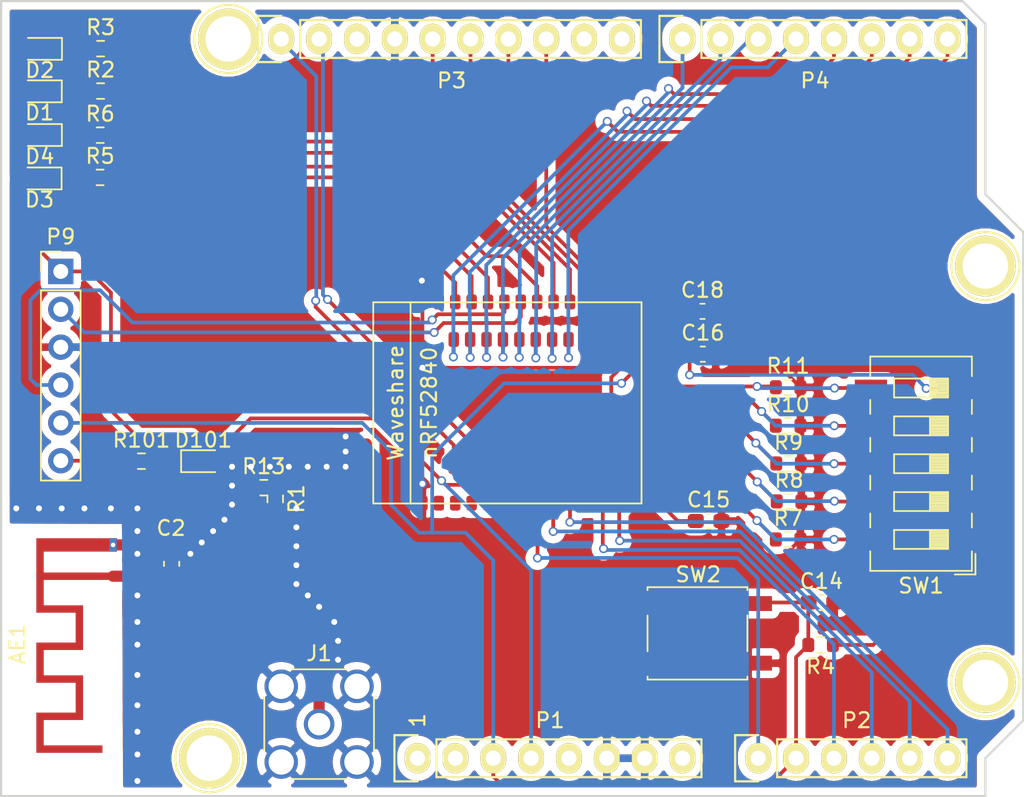
<source format=kicad_pcb>
(kicad_pcb (version 20171130) (host pcbnew "(5.1.7)-1")
  (title_block (date "lun. 30 mars 2015"))
  (layers (0 F.Cu signal) (31 B.Cu signal) (34 B.Paste user) (35 F.Paste user) (36 B.SilkS user) (37 F.SilkS user) (38 B.Mask user) (39 F.Mask user) (44 Edge.Cuts user))
  (net 0 "")
  (net 1 /IOREF)
  (net 2 GND)
  (net 3 /Vin)
  (net 4 "/9(**)")
  (net 5 /8)
  (net 6 "Net-(P5-Pad1)")
  (net 7 "Net-(P6-Pad1)")
  (net 8 "Net-(P7-Pad1)")
  (net 9 "Net-(P8-Pad1)")
  (net 10 "Net-(P1-Pad1)")
  (net 11 "Net-(AE1-Pad1)")
  (net 12 VDD_nRF)
  (net 13 "Net-(D1-Pad1)")
  (net 14 "Net-(D2-Pad1)")
  (net 15 "Net-(D3-Pad1)")
  (net 16 "Net-(D4-Pad1)")
  (net 17 "Net-(D101-Pad1)")
  (net 18 "Net-(J1-Pad1)")
  (net 19 Reset)
  (net 20 "Net-(P1-Pad5)")
  (net 21 B11)
  (net 22 A10)
  (net 23 B9)
  (net 24 A8)
  (net 25 J1)
  (net 26 K2)
  (net 27 B15)
  (net 28 B17)
  (net 29 "Net-(P3-Pad3)")
  (net 30 SPI_SCK)
  (net 31 SPI_MISO)
  (net 32 SPI_MOSI)
  (net 33 SPI_SS)
  (net 34 AD12)
  (net 35 AD10)
  (net 36 AC9)
  (net 37 AD8)
  (net 38 AD16)
  (net 39 AD20)
  (net 40 T23)
  (net 41 P23)
  (net 42 "Net-(R1-Pad1)")
  (net 43 LED0)
  (net 44 LED1)
  (net 45 LED2)
  (net 46 LED3)
  (net 47 SW0)
  (net 48 SW1)
  (net 49 SW2)
  (net 50 SW3)
  (net 51 SW4)
  (net 52 VBUS)
  (net 53 "Net-(U101-PadM2)")
  (net 54 "Net-(U101-PadAD4)")
  (net 55 "Net-(U101-PadAD6)")
  (net 56 "Net-(U101-PadA20)")
  (net 57 "Net-(U101-PadA12)")
  (net 58 "Net-(U101-PadB13)")
  (net 59 "Net-(U101-PadA14)")
  (net 60 "Net-(U101-PadA16)")
  (net 61 "Net-(U101-PadB19)")
  (net 62 SWDCLK)
  (net 63 SWDIO)
  (net 64 "Net-(U101-PadJ24)")
  (net 65 "Net-(U101-PadN1)")
  (net 66 "Net-(U101-PadAC21)")
  (net 67 "Net-(U101-PadL1)")
  (net 68 "Net-(U101-PadT2)")
  (net 69 "Net-(U101-PadG1)")
  (net 70 "Net-(U101-PadP2)")
  (net 71 "Net-(U101-PadH2)")
  (net 72 "Net-(U101-PadAC11)")
  (module Connector_PinHeader_2.54mm:PinHeader_1x06_P2.54mm_Vertical (layer F.Cu) (at 115.00104 91.16314)
    (fp_text reference P9 (at 0 -2.33) (layer F.SilkS))
    (fp_text value "SWD Programmer")
    (pad 6 thru_hole oval (at 0 12.7) (size 1.7 1.7) (drill 1) (layers *.Cu *.Mask) (net 52 VBUS))
    (pad 5 thru_hole oval (at 0 10.16) (size 1.7 1.7) (drill 1) (layers *.Cu *.Mask) (net 19 Reset))
    (pad 4 thru_hole oval (at 0 7.62) (size 1.7 1.7) (drill 1) (layers *.Cu *.Mask) (net 63 SWDIO))
    (pad 3 thru_hole oval (at 0 5.08) (size 1.7 1.7) (drill 1) (layers *.Cu *.Mask) (net 2 GND))
    (pad 2 thru_hole oval (at 0 2.54) (size 1.7 1.7) (drill 1) (layers *.Cu *.Mask) (net 62 SWDCLK))
    (pad 1 thru_hole rect (at 0 0) (size 1.7 1.7) (drill 1) (layers *.Cu *.Mask) (net 12 VDD_nRF))
  )
  (module Capacitor_SMD:C_0603_1608Metric_Pad1.08x0.95mm_HandSolder (layer F.Cu) (at 158.05912 93.8403)
    (fp_text reference C18 (at 0 -1.43) (layer F.SilkS))
    (fp_text value 100nF)
    (pad 2 smd roundrect (at 0.8625 0) (size 1.075 0.95) (layers F.Cu F.Paste F.Mask) (net 2 GND))
    (pad 1 smd roundrect (at -0.8625 0) (size 1.075 0.95) (layers F.Cu F.Paste F.Mask) (net 12 VDD_nRF))
  )
  (module Capacitor_SMD:C_0603_1608Metric_Pad1.08x0.95mm_HandSolder (layer F.Cu) (at 158.08088 96.71304)
    (fp_text reference C16 (at 0 -1.43) (layer F.SilkS))
    (fp_text value 4.7µF)
    (pad 2 smd roundrect (at 0.8625 0) (size 1.075 0.95) (layers F.Cu F.Paste F.Mask) (net 2 GND))
    (pad 1 smd roundrect (at -0.8625 0) (size 1.075 0.95) (layers F.Cu F.Paste F.Mask) (net 12 VDD_nRF))
  )
  (module Capacitor_SMD:C_0603_1608Metric_Pad1.08x0.95mm_HandSolder (layer F.Cu) (at 158.4706 107.90682)
    (fp_text reference C15 (at 0 -1.43) (layer F.SilkS))
    (fp_text value 4.7µF)
    (pad 2 smd roundrect (at 0.8625 0) (size 1.075 0.95) (layers F.Cu F.Paste F.Mask) (net 2 GND))
    (pad 1 smd roundrect (at -0.8625 0) (size 1.075 0.95) (layers F.Cu F.Paste F.Mask) (net 12 VDD_nRF))
  )
  (module Capacitor_SMD:C_0603_1608Metric_Pad1.08x0.95mm_HandSolder (layer F.Cu) (at 166.03726 113.37544)
    (fp_text reference C14 (at 0 -1.43) (layer F.SilkS))
    (fp_text value 100nF)
    (pad 2 smd roundrect (at 0.8625 0) (size 1.075 0.95) (layers F.Cu F.Paste F.Mask) (net 2 GND))
    (pad 1 smd roundrect (at -0.8625 0) (size 1.075 0.95) (layers F.Cu F.Paste F.Mask) (net 19 Reset))
  )
  (module Capacitor_SMD:C_0603_1608Metric_Pad1.08x0.95mm_HandSolder (layer F.Cu) (at 122.43816 110.77846 90)
    (fp_text reference C2 (at 2.39412 -0.04064 180) (layer F.SilkS))
    (fp_text value 1.5pF)
    (pad 2 smd roundrect (at 0.8625 0 90) (size 1.075 0.95) (layers F.Cu F.Paste F.Mask) (net 2 GND))
    (pad 1 smd roundrect (at -0.8625 0 90) (size 1.075 0.95) (layers F.Cu F.Paste F.Mask) (net 11 "Net-(AE1-Pad1)"))
  )
  (module Connector_Coaxial:SMA_Amphenol_132134-16_Vertical (layer F.Cu) (at 132.334 121.539)
    (fp_text reference J1 (at 0 -4.75) (layer F.SilkS))
    (fp_text value "SMA Connector")
    (pad 2 thru_hole circle (at -2.54 2.54) (size 2.25 2.25) (drill 1.7) (layers *.Cu *.Mask) (net 2 GND))
    (pad 2 thru_hole circle (at -2.54 -2.54) (size 2.25 2.25) (drill 1.7) (layers *.Cu *.Mask) (net 2 GND))
    (pad 2 thru_hole circle (at 2.54 -2.54) (size 2.25 2.25) (drill 1.7) (layers *.Cu *.Mask) (net 2 GND))
    (pad 2 thru_hole circle (at 2.54 2.54) (size 2.25 2.25) (drill 1.7) (layers *.Cu *.Mask) (net 2 GND))
    (pad 1 thru_hole circle (at 0 0) (size 2.05 2.05) (drill 1.5) (layers *.Cu *.Mask) (net 18 "Net-(J1-Pad1)"))
  )
  (module Rhizo_Receiver_Shield_final_Module:Waveshare_nRF528840 (layer F.Cu) (at 135.71728 100.23094 90)
    (fp_text reference U101 hide)
    (fp_text value nRF52840)
    (fp_text user nRF52840 (at 0.25 4 90 unlocked) (layer F.SilkS))
    (fp_text user Waveshare (at 0.25 1.75 90 unlocked) (layer F.SilkS))
    (pad M2 smd roundrect (at -4.15 18.25) (size 1 0.7) (layers F.Cu F.Paste F.Mask) (net 53 "Net-(U101-PadM2)"))
    (pad R1 smd roundrect (at -3.05 18.25) (size 1 0.7) (layers F.Cu F.Paste F.Mask) (net 47 SW0))
    (pad B1 smd roundrect (at -5.25 18.25) (size 1 0.7) (layers F.Cu F.Paste F.Mask) (net 12 VDD_nRF))
    (pad AC13 smd roundrect (at 2.45 18.25) (size 1 0.7) (layers F.Cu F.Paste F.Mask) (net 19 Reset))
    (pad U1 smd roundrect (at -1.95 18.25) (size 1 0.7) (layers F.Cu F.Paste F.Mask) (net 48 SW1))
    (pad AD2 smd roundrect (at 3.55 18.25) (size 1 0.7) (layers F.Cu F.Paste F.Mask) (net 12 VDD_nRF))
    (pad AC19 smd roundrect (at -0.85 18.25) (size 1 0.7) (layers F.Cu F.Paste F.Mask) (net 49 SW2))
    (pad AD4 smd roundrect (at 4.65 18.25) (size 1 0.7) (layers F.Cu F.Paste F.Mask) (net 54 "Net-(U101-PadAD4)"))
    (pad AD6 smd roundrect (at 5.75 18.25) (size 1 0.7) (layers F.Cu F.Paste F.Mask) (net 55 "Net-(U101-PadAD6)"))
    (pad AC17 smd roundrect (at 0.25 18.25) (size 1 0.7) (layers F.Cu F.Paste F.Mask) (net 50 SW3))
    (pad AC15 smd roundrect (at 1.35 18.25) (size 1 0.7) (layers F.Cu F.Paste F.Mask) (net 51 SW4))
    (pad A10 smd roundrect (at -6.48 12.35 90) (size 1 0.7) (layers F.Cu F.Paste F.Mask) (net 22 A10))
    (pad A8 smd roundrect (at -6.48 14.55 90) (size 1 0.7) (layers F.Cu F.Paste F.Mask) (net 24 A8))
    (pad A20 smd roundrect (at -6.48 5.75 90) (size 1 0.7) (layers F.Cu F.Paste F.Mask) (net 56 "Net-(U101-PadA20)"))
    (pad A12 smd roundrect (at -6.48 10.15 90) (size 1 0.7) (layers F.Cu F.Paste F.Mask) (net 57 "Net-(U101-PadA12)"))
    (pad B13 smd roundrect (at -6.48 9.05 90) (size 1 0.7) (layers F.Cu F.Paste F.Mask) (net 58 "Net-(U101-PadB13)"))
    (pad K2 smd roundrect (at -6.5 16.75 90) (size 1 0.7) (layers F.Cu F.Paste F.Mask) (net 26 K2))
    (pad A14 smd roundrect (at -6.48 7.95 90) (size 1 0.7) (layers F.Cu F.Paste F.Mask) (net 59 "Net-(U101-PadA14)"))
    (pad B9 smd roundrect (at -6.48 13.45 90) (size 1 0.7) (layers F.Cu F.Paste F.Mask) (net 23 B9))
    (pad J1 smd roundrect (at -6.48 15.65 90) (size 1 0.7) (layers F.Cu F.Paste F.Mask) (net 25 J1))
    (pad A16 smd roundrect (at -6.48 6.85 90) (size 1 0.7) (layers F.Cu F.Paste F.Mask) (net 60 "Net-(U101-PadA16)"))
    (pad B11 smd roundrect (at -6.48 11.25 90) (size 1 0.7) (layers F.Cu F.Paste F.Mask) (net 21 B11))
    (pad B19 smd roundrect (at -6.48 4.65 90) (size 1 0.7) (layers F.Cu F.Paste F.Mask) (net 61 "Net-(U101-PadB19)"))
    (pad B7 smd roundrect (at -6.48 3.55 90) (size 1 0.7) (layers F.Cu F.Paste F.Mask) (net 2 GND))
    (pad B7 smd roundrect (at 7 16.75 90) (size 1 0.7) (layers F.Cu F.Paste F.Mask) (net 2 GND))
    (pad AD22 smd roundrect (at 7.02 14.55 90) (size 1 0.7) (layers F.Cu F.Paste F.Mask) (net 32 SPI_MOSI))
    (pad Y23 smd roundrect (at 7.02 12.35 90) (size 1 0.7) (layers F.Cu F.Paste F.Mask) (net 30 SPI_SCK))
    (pad AD18 smd roundrect (at 7.02 15.65 90) (size 1 0.7) (layers F.Cu F.Paste F.Mask) (net 33 SPI_SS))
    (pad V23 smd roundrect (at 7.02 13.45 90) (size 1 0.7) (layers F.Cu F.Paste F.Mask) (net 31 SPI_MISO))
    (pad AA24 smd roundrect (at 7.02 10.15 90) (size 1 0.7) (layers F.Cu F.Paste F.Mask) (net 62 SWDCLK))
    (pad L24 smd roundrect (at 7.02 5.75 90) (size 1 0.7) (layers F.Cu F.Paste F.Mask) (net 45 LED2))
    (pad W24 smd roundrect (at 7.02 11.25 90) (size 1 0.7) (layers F.Cu F.Paste F.Mask) (net 44 LED1))
    (pad R24 smd roundrect (at 7.02 6.85 90) (size 1 0.7) (layers F.Cu F.Paste F.Mask) (net 46 LED3))
    (pad U24 smd roundrect (at 7.02 7.95 90) (size 1 0.7) (layers F.Cu F.Paste F.Mask) (net 43 LED0))
    (pad AC24 smd roundrect (at 7.02 9.05 90) (size 1 0.7) (layers F.Cu F.Paste F.Mask) (net 63 SWDIO))
    (pad B7 smd roundrect (at 7.02 3.55 90) (size 1 0.7) (layers F.Cu F.Paste F.Mask) (net 2 GND))
    (pad J24 smd roundrect (at 7.02 4.65 90) (size 1 0.7) (layers F.Cu F.Paste F.Mask) (net 64 "Net-(U101-PadJ24)"))
    (pad N1 smd roundrect (at -4 12.25 90) (size 1 0.7) (layers F.Cu F.Paste F.Mask) (net 65 "Net-(U101-PadN1)"))
    (pad AC21 smd roundrect (at -4 7.85 90) (size 1 0.7) (layers F.Cu F.Paste F.Mask) (net 66 "Net-(U101-PadAC21)"))
    (pad L1 smd roundrect (at -4 13.35 90) (size 1 0.7) (layers F.Cu F.Paste F.Mask) (net 67 "Net-(U101-PadL1)"))
    (pad T2 smd roundrect (at -4 8.95 90) (size 1 0.7) (layers F.Cu F.Paste F.Mask) (net 68 "Net-(U101-PadT2)"))
    (pad G1 smd roundrect (at -4 14.45 90) (size 1 0.7) (layers F.Cu F.Paste F.Mask) (net 69 "Net-(U101-PadG1)"))
    (pad P2 smd roundrect (at -4 10.05 90) (size 1 0.7) (layers F.Cu F.Paste F.Mask) (net 70 "Net-(U101-PadP2)"))
    (pad H2 smd roundrect (at -4 11.15 90) (size 1 0.7) (layers F.Cu F.Paste F.Mask) (net 71 "Net-(U101-PadH2)"))
    (pad B15 smd roundrect (at -4.01 5.65 90) (size 1 0.7) (layers F.Cu F.Paste F.Mask) (net 27 B15))
    (pad B17 smd roundrect (at -4 6.75 90) (size 1 0.7) (layers F.Cu F.Paste F.Mask) (net 28 B17))
    (pad P23 smd roundrect (at 4.5 5.65 90) (size 1 0.7) (layers F.Cu F.Paste F.Mask) (net 41 P23))
    (pad T23 smd roundrect (at 4.5 6.75 90) (size 1 0.7) (layers F.Cu F.Paste F.Mask) (net 40 T23))
    (pad AD20 smd roundrect (at 4.5 7.85 90) (size 1 0.7) (layers F.Cu F.Paste F.Mask) (net 39 AD20))
    (pad AD12 smd roundrect (at 4.5 10.05 90) (size 1 0.7) (layers F.Cu F.Paste F.Mask) (net 34 AD12))
    (pad AD16 smd roundrect (at 4.5 8.95 90) (size 1 0.7) (layers F.Cu F.Paste F.Mask) (net 38 AD16))
    (pad AD10 smd roundrect (at 4.5 11.15 90) (size 1 0.7) (layers F.Cu F.Paste F.Mask) (net 35 AD10))
    (pad AD8 smd roundrect (at 4.5 13.35 90) (size 1 0.7) (layers F.Cu F.Paste F.Mask) (net 37 AD8))
    (pad AC9 smd roundrect (at 4.5 12.25 90) (size 1 0.7) (layers F.Cu F.Paste F.Mask) (net 36 AC9))
    (pad AC11 smd roundrect (at 4.5 14.45 90) (size 1 0.7) (layers F.Cu F.Paste F.Mask) (net 72 "Net-(U101-PadAC11)"))
  )
  (module Button_Switch_SMD:SW_SPST_EVQQ2 (layer F.Cu) (at 157.72024 115.44656)
    (fp_text reference SW2 (at 0.05 -3.95) (layer F.SilkS))
    (fp_text value SW_Push)
    (pad 2 smd rect (at 3.4 2) (size 3.2 1) (layers F.Cu F.Paste F.Mask) (net 2 GND))
    (pad 2 smd rect (at -3.4 2) (size 3.2 1) (layers F.Cu F.Paste F.Mask) (net 2 GND))
    (pad 1 smd rect (at -3.4 -2) (size 3.2 1) (layers F.Cu F.Paste F.Mask) (net 19 Reset))
    (pad 1 smd rect (at 3.4 -2) (size 3.2 1) (layers F.Cu F.Paste F.Mask) (net 19 Reset))
  )
  (module Button_Switch_SMD:SW_DIP_SPSTx05_Slide_6.7x14.26mm_W6.73mm_P2.54mm_LowProfile_JPin (layer F.Cu) (at 172.72254 104.0638 180)
    (fp_text reference SW1 (at 0 -8.19) (layer F.SilkS))
    (fp_text value SW_DIP_x05)
    (pad 10 smd rect (at 3.365 -5.08 180) (size 2.16 1.12) (layers F.Cu F.Paste F.Mask) (net 47 SW0))
    (pad 5 smd rect (at -3.365 5.08 180) (size 2.16 1.12) (layers F.Cu F.Paste F.Mask) (net 12 VDD_nRF))
    (pad 9 smd rect (at 3.365 -2.54 180) (size 2.16 1.12) (layers F.Cu F.Paste F.Mask) (net 48 SW1))
    (pad 4 smd rect (at -3.365 2.54 180) (size 2.16 1.12) (layers F.Cu F.Paste F.Mask) (net 12 VDD_nRF))
    (pad 8 smd rect (at 3.365 0 180) (size 2.16 1.12) (layers F.Cu F.Paste F.Mask) (net 49 SW2))
    (pad 3 smd rect (at -3.365 0 180) (size 2.16 1.12) (layers F.Cu F.Paste F.Mask) (net 12 VDD_nRF))
    (pad 7 smd rect (at 3.365 2.54 180) (size 2.16 1.12) (layers F.Cu F.Paste F.Mask) (net 50 SW3))
    (pad 2 smd rect (at -3.365 -2.54 180) (size 2.16 1.12) (layers F.Cu F.Paste F.Mask) (net 12 VDD_nRF))
    (pad 6 smd rect (at 3.365 5.08 180) (size 2.16 1.12) (layers F.Cu F.Paste F.Mask) (net 51 SW4))
    (pad 1 smd rect (at -3.365 -5.08 180) (size 2.16 1.12) (layers F.Cu F.Paste F.Mask) (net 12 VDD_nRF))
  )
  (module Resistor_SMD:R_0603_1608Metric (layer F.Cu) (at 120.41074 103.89362)
    (fp_text reference R101 (at 0 -1.43) (layer F.SilkS))
    (fp_text value 120R)
    (pad 2 smd roundrect (at 0.825 0) (size 0.8 0.95) (layers F.Cu F.Paste F.Mask) (net 17 "Net-(D101-Pad1)"))
    (pad 1 smd roundrect (at -0.825 0) (size 0.8 0.95) (layers F.Cu F.Paste F.Mask) (net 52 VBUS))
  )
  (module Resistor_SMD:R_0603_1608Metric (layer F.Cu) (at 128.62002 105.67162)
    (fp_text reference R13 (at 0 -1.43) (layer F.SilkS))
    (fp_text value 0R)
    (pad 2 smd roundrect (at 0.825 0) (size 0.8 0.95) (layers F.Cu F.Paste F.Mask) (net 42 "Net-(R1-Pad1)"))
    (pad 1 smd roundrect (at -0.825 0) (size 0.8 0.95) (layers F.Cu F.Paste F.Mask) (net 11 "Net-(AE1-Pad1)"))
  )
  (module Resistor_SMD:R_0603_1608Metric (layer F.Cu) (at 163.8041 98.93554)
    (fp_text reference R11 (at 0 -1.43) (layer F.SilkS))
    (fp_text value 10k)
    (pad 1 smd roundrect (at -0.825 0) (size 0.8 0.95) (layers F.Cu F.Paste F.Mask) (net 51 SW4))
    (pad 2 smd roundrect (at 0.825 0) (size 0.8 0.95) (layers F.Cu F.Paste F.Mask) (net 2 GND))
  )
  (module Resistor_SMD:R_0603_1608Metric (layer F.Cu) (at 163.8046 101.51364)
    (fp_text reference R10 (at 0 -1.43) (layer F.SilkS))
    (fp_text value 10k)
    (pad 2 smd roundrect (at 0.825 0) (size 0.8 0.95) (layers F.Cu F.Paste F.Mask) (net 2 GND))
    (pad 1 smd roundrect (at -0.825 0) (size 0.8 0.95) (layers F.Cu F.Paste F.Mask) (net 50 SW3))
  )
  (module Resistor_SMD:R_0603_1608Metric (layer F.Cu) (at 163.83254 104.04856)
    (fp_text reference R9 (at 0 -1.43) (layer F.SilkS))
    (fp_text value 10k)
    (pad 2 smd roundrect (at 0.825 0) (size 0.8 0.95) (layers F.Cu F.Paste F.Mask) (net 2 GND))
    (pad 1 smd roundrect (at -0.825 0) (size 0.8 0.95) (layers F.Cu F.Paste F.Mask) (net 49 SW2))
  )
  (module Resistor_SMD:R_0603_1608Metric (layer F.Cu) (at 163.86556 106.5911)
    (fp_text reference R8 (at 0 -1.43) (layer F.SilkS))
    (fp_text value 10k)
    (pad 2 smd roundrect (at 0.825 0) (size 0.8 0.95) (layers F.Cu F.Paste F.Mask) (net 2 GND))
    (pad 1 smd roundrect (at -0.825 0) (size 0.8 0.95) (layers F.Cu F.Paste F.Mask) (net 48 SW1))
  )
  (module Resistor_SMD:R_0603_1608Metric (layer F.Cu) (at 163.80256 109.14634)
    (fp_text reference R7 (at 0 -1.43) (layer F.SilkS))
    (fp_text value 10k)
    (pad 1 smd roundrect (at -0.825 0) (size 0.8 0.95) (layers F.Cu F.Paste F.Mask) (net 47 SW0))
    (pad 2 smd roundrect (at 0.825 0) (size 0.8 0.95) (layers F.Cu F.Paste F.Mask) (net 2 GND))
  )
  (module Resistor_SMD:R_0603_1608Metric (layer F.Cu) (at 117.64722 82.01914)
    (fp_text reference R6 (at 0 -1.43) (layer F.SilkS))
    (fp_text value 220)
    (pad 2 smd roundrect (at 0.825 0) (size 0.8 0.95) (layers F.Cu F.Paste F.Mask) (net 46 LED3))
    (pad 1 smd roundrect (at -0.825 0) (size 0.8 0.95) (layers F.Cu F.Paste F.Mask) (net 16 "Net-(D4-Pad1)"))
  )
  (module Resistor_SMD:R_0603_1608Metric (layer F.Cu) (at 117.6396 84.85378)
    (fp_text reference R5 (at 0 -1.43) (layer F.SilkS))
    (fp_text value 220)
    (pad 2 smd roundrect (at 0.825 0) (size 0.8 0.95) (layers F.Cu F.Paste F.Mask) (net 45 LED2))
    (pad 1 smd roundrect (at -0.825 0) (size 0.8 0.95) (layers F.Cu F.Paste F.Mask) (net 15 "Net-(D3-Pad1)"))
  )
  (module Resistor_SMD:R_0603_1608Metric (layer F.Cu) (at 165.98188 116.22532 180)
    (fp_text reference R4 (at 0 -1.43) (layer F.SilkS))
    (fp_text value 10k)
    (pad 2 smd roundrect (at 0.825 0 180) (size 0.8 0.95) (layers F.Cu F.Paste F.Mask) (net 19 Reset))
    (pad 1 smd roundrect (at -0.825 0 180) (size 0.8 0.95) (layers F.Cu F.Paste F.Mask) (net 12 VDD_nRF))
  )
  (module Resistor_SMD:R_0603_1608Metric (layer F.Cu) (at 117.67516 76.21524)
    (fp_text reference R3 (at 0 -1.43) (layer F.SilkS))
    (fp_text value 220)
    (pad 2 smd roundrect (at 0.825 0) (size 0.8 0.95) (layers F.Cu F.Paste F.Mask) (net 44 LED1))
    (pad 1 smd roundrect (at -0.825 0) (size 0.8 0.95) (layers F.Cu F.Paste F.Mask) (net 14 "Net-(D2-Pad1)"))
  )
  (module Resistor_SMD:R_0603_1608Metric (layer F.Cu) (at 117.67262 79.06004)
    (fp_text reference R2 (at 0 -1.43) (layer F.SilkS))
    (fp_text value 220)
    (pad 2 smd roundrect (at 0.825 0) (size 0.8 0.95) (layers F.Cu F.Paste F.Mask) (net 43 LED0))
    (pad 1 smd roundrect (at -0.825 0) (size 0.8 0.95) (layers F.Cu F.Paste F.Mask) (net 13 "Net-(D1-Pad1)"))
  )
  (module Resistor_SMD:R_0603_1608Metric (layer F.Cu) (at 129.39014 106.42346 270)
    (fp_text reference R1 (at 0 -1.43 90) (layer F.SilkS))
    (fp_text value 0R)
    (pad 2 smd roundrect (at 0.825 0 270) (size 0.8 0.95) (layers F.Cu F.Paste F.Mask) (net 18 "Net-(J1-Pad1)"))
    (pad 1 smd roundrect (at -0.825 0 270) (size 0.8 0.95) (layers F.Cu F.Paste F.Mask) (net 42 "Net-(R1-Pad1)"))
  )
  (module Diode_SMD:D_0603_1608Metric (layer F.Cu) (at 124.55916 103.89362)
    (fp_text reference D101 (at 0 -1.43) (layer F.SilkS))
    (fp_text value 2,7V)
    (pad 2 smd roundrect (at 0.7875 0) (size 0.875 0.95) (layers F.Cu F.Paste F.Mask) (net 12 VDD_nRF))
    (pad 1 smd roundrect (at -0.7875 0) (size 0.875 0.95) (layers F.Cu F.Paste F.Mask) (net 17 "Net-(D101-Pad1)"))
  )
  (module LED_SMD:LED_0603_1608Metric (layer F.Cu) (at 113.5887 82.00898 180)
    (fp_text reference D4 (at 0 -1.43) (layer F.SilkS))
    (fp_text value LED)
    (pad 2 smd roundrect (at 0.7875 0 180) (size 0.875 0.95) (layers F.Cu F.Paste F.Mask) (net 12 VDD_nRF))
    (pad 1 smd roundrect (at -0.7875 0 180) (size 0.875 0.95) (layers F.Cu F.Paste F.Mask) (net 16 "Net-(D4-Pad1)"))
  )
  (module LED_SMD:LED_0603_1608Metric (layer F.Cu) (at 113.57092 84.92236 180)
    (fp_text reference D3 (at 0 -1.43) (layer F.SilkS))
    (fp_text value LED)
    (pad 2 smd roundrect (at 0.7875 0 180) (size 0.875 0.95) (layers F.Cu F.Paste F.Mask) (net 12 VDD_nRF))
    (pad 1 smd roundrect (at -0.7875 0 180) (size 0.875 0.95) (layers F.Cu F.Paste F.Mask) (net 15 "Net-(D3-Pad1)"))
  )
  (module LED_SMD:LED_0603_1608Metric (layer F.Cu) (at 113.59632 76.22794 180)
    (fp_text reference D2 (at 0 -1.43) (layer F.SilkS))
    (fp_text value LED)
    (pad 2 smd roundrect (at 0.7875 0 180) (size 0.875 0.95) (layers F.Cu F.Paste F.Mask) (net 12 VDD_nRF))
    (pad 1 smd roundrect (at -0.7875 0 180) (size 0.875 0.95) (layers F.Cu F.Paste F.Mask) (net 14 "Net-(D2-Pad1)"))
  )
  (module LED_SMD:LED_0603_1608Metric (layer F.Cu) (at 113.58382 79.07782 180)
    (fp_text reference D1 (at 0 -1.43) (layer F.SilkS))
    (fp_text value LED)
    (pad 2 smd roundrect (at 0.7875 0 180) (size 0.875 0.95) (layers F.Cu F.Paste F.Mask) (net 12 VDD_nRF))
    (pad 1 smd roundrect (at -0.7875 0 180) (size 0.875 0.95) (layers F.Cu F.Paste F.Mask) (net 13 "Net-(D1-Pad1)"))
  )
  (module RF_Antenna:Texas_SWRA117D_2.4GHz_Left (layer F.Cu) (at 118.50878 111.61268 90)
    (fp_text reference AE1 (at -4.55 -6.41 90) (layer F.SilkS))
    (fp_text value Antenna_Shield)
    (fp_poly (pts (xy -2.45 -2.51) (xy -4.45 -2.51) (xy -4.45 -5.15) (xy -7.15 -5.15) (xy -7.15 -2.51) (xy -9.15 -2.51) (xy -9.15 -5.15) (xy -11.85 -5.15) (xy -11.85 -0.71) (xy -11.35 -0.71) (xy -11.35 -4.65) (xy -9.65 -4.65) (xy -9.65 -2.01) (xy -6.65 -2.01) (xy -6.65 -4.65) (xy -4.95 -4.65) (xy -4.95 -2.01) (xy -1.95 -2.01) (xy -1.95 -4.65) (xy -0.25 -4.65) (xy -0.25 0.25) (xy 0.25 0.25) (xy 0.25 -4.65) (xy 1.65 -4.65) (xy 1.65 0.25) (xy 2.55 0.25) (xy 2.55 0.006785) (xy 2.247583 0.006785) (xy 2.237742 0.054395) (xy 2.213674 0.096797) (xy 2.175731 0.129581) (xy 2.167819 0.133935) (xy 2.125156 0.146043) (xy 2.076637 0.1453) (xy 2.031122 0.1324) (xy 2.012511 0.121787) (xy 1.978868 0.086553) (xy 1.958309 0.041368) (xy 1.951778 -0.008158) (xy 1.960218 -0.056417) (xy 1.977112 -0.088643) (xy 2.012372 -0.121313) (xy 2.057682 -0.141408) (xy 2.107267 -0.147982) (xy 2.155353 -0.140092) (xy 2.188245 -0.123186) (xy 2.223185 -0.086416) (xy 2.242847 -0.041622) (xy 2.247583 0.006785) (xy 2.55 0.006785) (xy 2.55 -5.15) (xy -2.45 -5.15) (xy -2.45 -2.51)) (layer F.Cu) (width 0))
    (pad 1 connect rect (at 0 0 90) (size 0.5 0.5) (layers F.Cu) (net 11 "Net-(AE1-Pad1)"))
    (pad 2 thru_hole rect (at 2.1 0 90) (size 0.9 0.5) (drill 0.3) (layers *.Cu) (net 2 GND))
  )
  (module Socket_Arduino_Uno:Socket_Strip_Arduino_1x08 (layer F.Cu) (at 138.938 123.825)
    (fp_text reference P1 (at 8.89 -2.54) (layer F.SilkS))
    (fp_text value Power)
    (pad 1 thru_hole oval (at 0 0) (size 1.7272 2.032) (drill 1.016) (layers *.Cu *.Mask F.SilkS) (net 10 "Net-(P1-Pad1)"))
    (pad 2 thru_hole oval (at 2.54 0) (size 1.7272 2.032) (drill 1.016) (layers *.Cu *.Mask F.SilkS) (net 1 /IOREF))
    (pad 3 thru_hole oval (at 5.08 0) (size 1.7272 2.032) (drill 1.016) (layers *.Cu *.Mask F.SilkS) (net 19 Reset))
    (pad 4 thru_hole oval (at 7.62 0) (size 1.7272 2.032) (drill 1.016) (layers *.Cu *.Mask F.SilkS) (net 12 VDD_nRF))
    (pad 5 thru_hole oval (at 10.16 0) (size 1.7272 2.032) (drill 1.016) (layers *.Cu *.Mask F.SilkS) (net 20 "Net-(P1-Pad5)"))
    (pad 6 thru_hole oval (at 12.7 0) (size 1.7272 2.032) (drill 1.016) (layers *.Cu *.Mask F.SilkS) (net 2 GND))
    (pad 7 thru_hole oval (at 15.24 0) (size 1.7272 2.032) (drill 1.016) (layers *.Cu *.Mask F.SilkS) (net 2 GND))
    (pad 8 thru_hole oval (at 17.78 0) (size 1.7272 2.032) (drill 1.016) (layers *.Cu *.Mask F.SilkS) (net 3 /Vin))
  )
  (module Socket_Arduino_Uno:Socket_Strip_Arduino_1x06 (layer F.Cu) (at 161.798 123.825)
    (fp_text reference P2 (at 6.604 -2.54) (layer F.SilkS))
    (fp_text value Analog)
    (pad 1 thru_hole oval (at 0 0) (size 1.7272 2.032) (drill 1.016) (layers *.Cu *.Mask F.SilkS) (net 21 B11))
    (pad 2 thru_hole oval (at 2.54 0) (size 1.7272 2.032) (drill 1.016) (layers *.Cu *.Mask F.SilkS) (net 19 Reset))
    (pad 3 thru_hole oval (at 5.08 0) (size 1.7272 2.032) (drill 1.016) (layers *.Cu *.Mask F.SilkS) (net 25 J1))
    (pad 4 thru_hole oval (at 7.62 0) (size 1.7272 2.032) (drill 1.016) (layers *.Cu *.Mask F.SilkS) (net 26 K2))
    (pad 5 thru_hole oval (at 10.16 0) (size 1.7272 2.032) (drill 1.016) (layers *.Cu *.Mask F.SilkS) (net 22 A10))
    (pad 6 thru_hole oval (at 12.7 0) (size 1.7272 2.032) (drill 1.016) (layers *.Cu *.Mask F.SilkS) (net 23 B9))
  )
  (module Socket_Arduino_Uno:Socket_Strip_Arduino_1x10 (layer F.Cu) (at 129.794 75.565)
    (fp_text reference P3 (at 11.43 2.794) (layer F.SilkS))
    (fp_text value Digital)
    (pad 1 thru_hole oval (at 0 0) (size 1.7272 2.032) (drill 1.016) (layers *.Cu *.Mask F.SilkS) (net 27 B15))
    (pad 2 thru_hole oval (at 2.54 0) (size 1.7272 2.032) (drill 1.016) (layers *.Cu *.Mask F.SilkS) (net 28 B17))
    (pad 3 thru_hole oval (at 5.08 0) (size 1.7272 2.032) (drill 1.016) (layers *.Cu *.Mask F.SilkS) (net 29 "Net-(P3-Pad3)"))
    (pad 4 thru_hole oval (at 7.62 0) (size 1.7272 2.032) (drill 1.016) (layers *.Cu *.Mask F.SilkS) (net 2 GND))
    (pad 5 thru_hole oval (at 10.16 0) (size 1.7272 2.032) (drill 1.016) (layers *.Cu *.Mask F.SilkS) (net 30 SPI_SCK))
    (pad 6 thru_hole oval (at 12.7 0) (size 1.7272 2.032) (drill 1.016) (layers *.Cu *.Mask F.SilkS) (net 31 SPI_MISO))
    (pad 7 thru_hole oval (at 15.24 0) (size 1.7272 2.032) (drill 1.016) (layers *.Cu *.Mask F.SilkS) (net 32 SPI_MOSI))
    (pad 8 thru_hole oval (at 17.78 0) (size 1.7272 2.032) (drill 1.016) (layers *.Cu *.Mask F.SilkS) (net 33 SPI_SS))
    (pad 9 thru_hole oval (at 20.32 0) (size 1.7272 2.032) (drill 1.016) (layers *.Cu *.Mask F.SilkS) (net 4 "/9(**)"))
    (pad 10 thru_hole oval (at 22.86 0) (size 1.7272 2.032) (drill 1.016) (layers *.Cu *.Mask F.SilkS) (net 5 /8))
  )
  (module Socket_Arduino_Uno:Socket_Strip_Arduino_1x08 (layer F.Cu) (at 156.718 75.565)
    (fp_text reference P4 (at 8.89 2.794) (layer F.SilkS))
    (fp_text value Digital)
    (pad 1 thru_hole oval (at 0 0) (size 1.7272 2.032) (drill 1.016) (layers *.Cu *.Mask F.SilkS) (net 34 AD12))
    (pad 2 thru_hole oval (at 2.54 0) (size 1.7272 2.032) (drill 1.016) (layers *.Cu *.Mask F.SilkS) (net 35 AD10))
    (pad 3 thru_hole oval (at 5.08 0) (size 1.7272 2.032) (drill 1.016) (layers *.Cu *.Mask F.SilkS) (net 36 AC9))
    (pad 4 thru_hole oval (at 7.62 0) (size 1.7272 2.032) (drill 1.016) (layers *.Cu *.Mask F.SilkS) (net 37 AD8))
    (pad 5 thru_hole oval (at 10.16 0) (size 1.7272 2.032) (drill 1.016) (layers *.Cu *.Mask F.SilkS) (net 38 AD16))
    (pad 6 thru_hole oval (at 12.7 0) (size 1.7272 2.032) (drill 1.016) (layers *.Cu *.Mask F.SilkS) (net 39 AD20))
    (pad 7 thru_hole oval (at 15.24 0) (size 1.7272 2.032) (drill 1.016) (layers *.Cu *.Mask F.SilkS) (net 40 T23))
    (pad 8 thru_hole oval (at 17.78 0) (size 1.7272 2.032) (drill 1.016) (layers *.Cu *.Mask F.SilkS) (net 41 P23))
  )
  (module Socket_Arduino_Uno:Arduino_1pin (layer F.Cu) (at 124.968 123.825)
    (fp_text reference P5 hide)
    (fp_text value CONN_01X01 hide)
    (pad 1 thru_hole circle (at 0 0) (size 4.064 4.064) (drill 3.048) (layers *.Cu *.Mask F.SilkS) (net 6 "Net-(P5-Pad1)"))
  )
  (module Socket_Arduino_Uno:Arduino_1pin (layer F.Cu) (at 177.038 118.745)
    (fp_text reference P6 hide)
    (fp_text value CONN_01X01 hide)
    (pad 1 thru_hole circle (at 0 0) (size 4.064 4.064) (drill 3.048) (layers *.Cu *.Mask F.SilkS) (net 7 "Net-(P6-Pad1)"))
  )
  (module Socket_Arduino_Uno:Arduino_1pin (layer F.Cu) (at 126.238 75.565)
    (fp_text reference P7 hide)
    (fp_text value CONN_01X01 hide)
    (pad 1 thru_hole circle (at 0 0) (size 4.064 4.064) (drill 3.048) (layers *.Cu *.Mask F.SilkS) (net 8 "Net-(P7-Pad1)"))
  )
  (module Socket_Arduino_Uno:Arduino_1pin (layer F.Cu) (at 177.038 90.805)
    (fp_text reference P8 hide)
    (fp_text value CONN_01X01 hide)
    (pad 1 thru_hole circle (at 0 0) (size 4.064 4.064) (drill 3.048) (layers *.Cu *.Mask F.SilkS) (net 9 "Net-(P8-Pad1)"))
  )
  (gr_text 1 (at 138.938 121.285 90) (layer F.SilkS) (effects (font (size 1 1))))
  (gr_line (start 177.038 74.549) (end 175.514 73.025) (angle 90) (layer Edge.Cuts) (width 0.15))
  (gr_line (start 177.038 85.979) (end 177.038 74.549) (angle 90) (layer Edge.Cuts) (width 0.15))
  (gr_line (start 179.578 88.519) (end 177.038 85.979) (angle 90) (layer Edge.Cuts) (width 0.15))
  (gr_line (start 179.578 121.285) (end 179.578 88.519) (angle 90) (layer Edge.Cuts) (width 0.15))
  (gr_line (start 177.038 123.825) (end 179.578 121.285) (angle 90) (layer Edge.Cuts) (width 0.15))
  (gr_line (start 177.038 126.365) (end 177.038 123.825) (angle 90) (layer Edge.Cuts) (width 0.15))
  (gr_line (start 110.998 126.365) (end 177.038 126.365) (angle 90) (layer Edge.Cuts) (width 0.15))
  (gr_line (start 110.998 73.025) (end 110.998 126.365) (angle 90) (layer Edge.Cuts) (width 0.15))
  (gr_line (start 175.514 73.025) (end 110.998 73.025) (angle 90) (layer Edge.Cuts) (width 0.15))
  (segment (start 164.6291 101.51314) (end 164.6296 101.51364) (width 0.25) (layer F.Cu) (net 2))
  (segment (start 164.6291 98.93554) (end 164.6291 101.51314) (width 0.25) (layer F.Cu) (net 2))
  (segment (start 164.6296 104.02062) (end 164.65754 104.04856) (width 0.25) (layer F.Cu) (net 2))
  (segment (start 164.6296 101.51364) (end 164.6296 104.02062) (width 0.25) (layer F.Cu) (net 2))
  (segment (start 164.65754 106.55808) (end 164.69056 106.5911) (width 0.25) (layer F.Cu) (net 2))
  (segment (start 164.65754 104.04856) (end 164.65754 106.55808) (width 0.25) (layer F.Cu) (net 2))
  (segment (start 164.69056 109.08334) (end 164.62756 109.14634) (width 0.25) (layer F.Cu) (net 2))
  (segment (start 164.69056 106.5911) (end 164.69056 109.08334) (width 0.25) (layer F.Cu) (net 2))
  (segment (start 164.62756 109.14634) (end 164.62756 109.5375) (width 0.25) (layer F.Cu) (net 2))
  (segment (start 166.89976 111.8097) (end 166.89976 113.37544) (width 0.25) (layer F.Cu) (net 2))
  (segment (start 164.62756 109.5375) (end 166.89976 111.8097) (width 0.25) (layer F.Cu) (net 2))
  (segment (start 162.4066 96.71304) (end 158.94338 96.71304) (width 0.25) (layer F.Cu) (net 2))
  (segment (start 164.6291 98.93554) (end 162.4066 96.71304) (width 0.25) (layer F.Cu) (net 2))
  (segment (start 158.94338 93.86206) (end 158.92162 93.8403) (width 0.25) (layer F.Cu) (net 2))
  (segment (start 158.94338 96.71304) (end 158.94338 93.86206) (width 0.25) (layer F.Cu) (net 2))
  (segment (start 158.92162 93.8403) (end 158.92162 92.75462) (width 0.25) (layer F.Cu) (net 2))
  (segment (start 158.92162 92.75462) (end 158.20136 92.03436) (width 0.25) (layer F.Cu) (net 2))
  (segment (start 153.66386 92.03436) (end 152.46728 93.23094) (width 0.25) (layer F.Cu) (net 2))
  (segment (start 158.20136 92.03436) (end 153.66386 92.03436) (width 0.25) (layer F.Cu) (net 2))
  (segment (start 161.12024 117.44656) (end 154.32024 117.44656) (width 0.25) (layer F.Cu) (net 2))
  (segment (start 154.32024 123.68276) (end 154.178 123.825) (width 0.25) (layer F.Cu) (net 2))
  (segment (start 154.32024 117.44656) (end 154.32024 123.68276) (width 0.25) (layer F.Cu) (net 2))
  (segment (start 151.638 123.825) (end 154.178 123.825) (width 0.25) (layer F.Cu) (net 2))
  (segment (start 159.3331 107.90682) (end 159.3331 109.13762) (width 0.25) (layer F.Cu) (net 2))
  (segment (start 159.3331 109.13762) (end 160.83788 110.6424) (width 0.25) (layer F.Cu) (net 2))
  (segment (start 163.1315 110.6424) (end 164.62756 109.14634) (width 0.25) (layer F.Cu) (net 2))
  (segment (start 160.83788 110.6424) (end 163.1315 110.6424) (width 0.25) (layer F.Cu) (net 2))
  (segment (start 137.414 75.565) (end 137.414 89.9668) (width 0.25) (layer B.Cu) (net 2))
  (via (at 139.22756 91.78036) (size 0.6) (drill 0.4) (layers F.Cu B.Cu) (net 2))
  (segment (start 137.414 89.9668) (end 139.22756 91.78036) (width 0.25) (layer B.Cu) (net 2))
  (segment (start 139.22756 93.17122) (end 139.26728 93.21094) (width 0.25) (layer F.Cu) (net 2))
  (segment (start 139.22756 91.78036) (end 139.22756 93.17122) (width 0.25) (layer F.Cu) (net 2))
  (segment (start 152.46728 93.23094) (end 152.46728 96.00568) (width 0.25) (layer F.Cu) (net 2))
  (segment (start 150.84714 97.62582) (end 139.26728 97.62582) (width 0.25) (layer F.Cu) (net 2))
  (segment (start 152.46728 96.00568) (end 150.84714 97.62582) (width 0.25) (layer F.Cu) (net 2))
  (segment (start 139.26728 93.21094) (end 139.26728 97.62582) (width 0.25) (layer F.Cu) (net 2))
  (via (at 139.26728 97.62582) (size 0.6) (drill 0.4) (layers F.Cu B.Cu) (net 2))
  (via (at 139.26312 105.41) (size 0.6) (drill 0.4) (layers F.Cu B.Cu) (net 2))
  (segment (start 139.26728 97.62582) (end 139.26728 105.40584) (width 0.25) (layer B.Cu) (net 2))
  (segment (start 139.26728 105.40584) (end 139.26312 105.41) (width 0.25) (layer B.Cu) (net 2))
  (segment (start 139.26312 106.70678) (end 139.26728 106.71094) (width 0.25) (layer F.Cu) (net 2))
  (segment (start 139.26312 105.41) (end 139.26312 106.70678) (width 0.25) (layer F.Cu) (net 2))
  (segment (start 122.03488 109.51268) (end 122.43816 109.91596) (width 0.75) (layer F.Cu) (net 2))
  (segment (start 118.50878 109.51268) (end 122.03488 109.51268) (width 0.75) (layer F.Cu) (net 2))
  (via (at 120.142 122.047) (size 0.6) (drill 0.4) (layers F.Cu B.Cu) (net 2))
  (via (at 120.142 120.269) (size 0.6) (drill 0.4) (layers F.Cu B.Cu) (net 2))
  (via (at 120.142 118.237) (size 0.6) (drill 0.4) (layers F.Cu B.Cu) (net 2))
  (via (at 120.142 116.205) (size 0.6) (drill 0.4) (layers F.Cu B.Cu) (net 2))
  (via (at 120.142 108.585) (size 0.6) (drill 0.4) (layers F.Cu B.Cu) (net 2))
  (via (at 120.142 107.061) (size 0.6) (drill 0.4) (layers F.Cu B.Cu) (net 2))
  (via (at 118.364 107.061) (size 0.6) (drill 0.4) (layers F.Cu B.Cu) (net 2))
  (via (at 116.586 107.061) (size 0.6) (drill 0.4) (layers F.Cu B.Cu) (net 2))
  (via (at 120.142 125.349) (size 0.6) (drill 0.4) (layers F.Cu B.Cu) (net 2))
  (via (at 120.142 123.571) (size 0.6) (drill 0.4) (layers F.Cu B.Cu) (net 2))
  (via (at 112.014 107.061) (size 0.6) (drill 0.4) (layers F.Cu B.Cu) (net 2))
  (via (at 115.062 107.061) (size 0.6) (drill 0.4) (layers F.Cu B.Cu) (net 2))
  (via (at 113.538 107.061) (size 0.6) (drill 0.4) (layers F.Cu B.Cu) (net 2))
  (via (at 120.142 110.109) (size 0.6) (drill 0.4) (layers F.Cu B.Cu) (net 2))
  (via (at 120.142 112.903) (size 0.6) (drill 0.4) (layers F.Cu B.Cu) (net 2))
  (via (at 120.142 114.681) (size 0.6) (drill 0.4) (layers F.Cu B.Cu) (net 2))
  (via (at 123.698 110.109) (size 0.6) (drill 0.4) (layers F.Cu B.Cu) (net 2))
  (via (at 124.46 109.347) (size 0.6) (drill 0.4) (layers F.Cu B.Cu) (net 2))
  (via (at 125.222 108.585) (size 0.6) (drill 0.4) (layers F.Cu B.Cu) (net 2))
  (via (at 125.984 107.823) (size 0.6) (drill 0.4) (layers F.Cu B.Cu) (net 2))
  (via (at 126.492 106.807) (size 0.6) (drill 0.4) (layers F.Cu B.Cu) (net 2))
  (via (at 130.81 107.061) (size 0.6) (drill 0.4) (layers F.Cu B.Cu) (net 2))
  (via (at 130.81 108.331) (size 0.6) (drill 0.4) (layers F.Cu B.Cu) (net 2))
  (via (at 130.81 109.601) (size 0.6) (drill 0.4) (layers F.Cu B.Cu) (net 2))
  (via (at 130.81 110.871) (size 0.6) (drill 0.4) (layers F.Cu B.Cu) (net 2))
  (via (at 130.81 112.141) (size 0.6) (drill 0.4) (layers F.Cu B.Cu) (net 2))
  (via (at 131.572 112.903) (size 0.6) (drill 0.4) (layers F.Cu B.Cu) (net 2))
  (via (at 132.334 113.665) (size 0.6) (drill 0.4) (layers F.Cu B.Cu) (net 2))
  (via (at 133.35 114.681) (size 0.6) (drill 0.4) (layers F.Cu B.Cu) (net 2))
  (via (at 133.604 115.951) (size 0.6) (drill 0.4) (layers F.Cu B.Cu) (net 2))
  (via (at 133.604 117.221) (size 0.6) (drill 0.4) (layers F.Cu B.Cu) (net 2))
  (via (at 134.112 104.267) (size 0.6) (drill 0.4) (layers F.Cu B.Cu) (net 2))
  (via (at 134.112 103.251) (size 0.6) (drill 0.4) (layers F.Cu B.Cu) (net 2))
  (via (at 134.112 102.235) (size 0.6) (drill 0.4) (layers F.Cu B.Cu) (net 2))
  (via (at 132.842 104.267) (size 0.6) (drill 0.4) (layers F.Cu B.Cu) (net 2))
  (via (at 126.492 105.537) (size 0.6) (drill 0.4) (layers F.Cu B.Cu) (net 2))
  (via (at 126.492 104.267) (size 0.6) (drill 0.4) (layers F.Cu B.Cu) (net 2))
  (via (at 127.762 104.267) (size 0.6) (drill 0.4) (layers F.Cu B.Cu) (net 2))
  (via (at 129.032 104.267) (size 0.6) (drill 0.4) (layers F.Cu B.Cu) (net 2))
  (via (at 130.302 104.267) (size 0.6) (drill 0.4) (layers F.Cu B.Cu) (net 2))
  (via (at 131.572 104.267) (size 0.6) (drill 0.4) (layers F.Cu B.Cu) (net 2))
  (segment (start 122.40988 111.61268) (end 122.43816 111.64096) (width 0.75) (layer F.Cu) (net 11))
  (segment (start 118.50878 111.61268) (end 122.40988 111.61268) (width 0.75) (layer F.Cu) (net 11))
  (segment (start 122.43816 111.64096) (end 123.86276 111.64096) (width 0.75) (layer F.Cu) (net 11))
  (segment (start 127.79502 107.7087) (end 127.79502 105.67162) (width 0.75) (layer F.Cu) (net 11))
  (segment (start 123.86276 111.64096) (end 127.79502 107.7087) (width 0.75) (layer F.Cu) (net 11))
  (segment (start 112.79886 76.21798) (end 112.80882 76.22794) (width 0.25) (layer F.Cu) (net 12))
  (segment (start 112.77326 84.9122) (end 112.78342 84.92236) (width 0.25) (layer F.Cu) (net 12))
  (segment (start 112.79104 81.99882) (end 112.8012 82.00898) (width 0.25) (layer F.Cu) (net 12))
  (segment (start 112.98916 89.15126) (end 115.00104 91.16314) (width 0.25) (layer F.Cu) (net 12))
  (segment (start 157.19662 96.69128) (end 157.21838 96.71304) (width 0.25) (layer F.Cu) (net 12))
  (segment (start 157.19662 93.8403) (end 157.19662 96.69128) (width 0.25) (layer F.Cu) (net 12))
  (segment (start 157.18628 96.68094) (end 157.21838 96.71304) (width 0.25) (layer F.Cu) (net 12))
  (segment (start 153.96728 96.68094) (end 157.18628 96.68094) (width 0.25) (layer F.Cu) (net 12))
  (segment (start 176.08754 98.9838) (end 176.08754 101.5238) (width 0.25) (layer F.Cu) (net 12))
  (segment (start 176.08754 101.5238) (end 176.08754 104.0638) (width 0.25) (layer F.Cu) (net 12))
  (segment (start 176.08754 104.0638) (end 176.08754 106.6038) (width 0.25) (layer F.Cu) (net 12))
  (segment (start 176.08754 106.6038) (end 176.08754 109.1438) (width 0.25) (layer F.Cu) (net 12))
  (segment (start 176.08754 109.1438) (end 176.08754 109.64722) (width 0.25) (layer F.Cu) (net 12))
  (segment (start 176.08754 109.64722) (end 169.50944 116.22532) (width 0.25) (layer F.Cu) (net 12))
  (segment (start 156.39316 107.90682) (end 153.96728 105.48094) (width 0.25) (layer F.Cu) (net 12))
  (segment (start 157.6081 107.90682) (end 156.39316 107.90682) (width 0.25) (layer F.Cu) (net 12))
  (segment (start 115.00104 91.16314) (end 116.9416 91.16314) (width 0.25) (layer F.Cu) (net 12))
  (segment (start 116.9416 91.16314) (end 118.36654 92.58808) (width 0.25) (layer F.Cu) (net 12))
  (segment (start 118.36654 92.58808) (end 118.36654 100.49002) (width 0.25) (layer F.Cu) (net 12))
  (segment (start 118.36654 100.49002) (end 120.15978 102.28326) (width 0.25) (layer F.Cu) (net 12))
  (segment (start 123.7363 102.28326) (end 125.34666 103.89362) (width 0.25) (layer F.Cu) (net 12))
  (segment (start 120.15978 102.28326) (end 123.7363 102.28326) (width 0.25) (layer F.Cu) (net 12))
  (segment (start 112.80882 79.06532) (end 112.79632 79.07782) (width 0.25) (layer F.Cu) (net 12))
  (segment (start 112.80882 76.22794) (end 112.80882 79.06532) (width 0.25) (layer F.Cu) (net 12))
  (segment (start 112.8012 79.0827) (end 112.79632 79.07782) (width 0.25) (layer F.Cu) (net 12))
  (segment (start 112.8012 82.00898) (end 112.8012 79.0827) (width 0.25) (layer F.Cu) (net 12))
  (segment (start 112.78342 82.02676) (end 112.8012 82.00898) (width 0.25) (layer F.Cu) (net 12))
  (segment (start 112.78342 84.92236) (end 112.78342 82.02676) (width 0.25) (layer F.Cu) (net 12))
  (segment (start 112.98916 89.15126) (end 112.89812 89.15126) (width 0.25) (layer F.Cu) (net 12))
  (segment (start 112.78342 89.03656) (end 112.78342 84.92236) (width 0.25) (layer F.Cu) (net 12))
  (segment (start 112.89812 89.15126) (end 112.78342 89.03656) (width 0.25) (layer F.Cu) (net 12))
  (segment (start 153.96728 96.68094) (end 153.5243 96.68094) (width 0.25) (layer F.Cu) (net 12))
  (segment (start 151.935 98.27024) (end 151.935 105.48094) (width 0.25) (layer F.Cu) (net 12))
  (segment (start 153.5243 96.68094) (end 151.935 98.27024) (width 0.25) (layer F.Cu) (net 12))
  (segment (start 151.935 105.48094) (end 153.96728 105.48094) (width 0.25) (layer F.Cu) (net 12))
  (segment (start 169.50944 116.22532) (end 169.32656 116.22532) (width 0.25) (layer F.Cu) (net 12))
  (segment (start 169.32656 116.22532) (end 166.80688 116.22532) (width 0.25) (layer F.Cu) (net 12))
  (segment (start 166.80688 116.22532) (end 166.80688 116.49202) (width 0.25) (layer F.Cu) (net 12))
  (segment (start 157.19662 93.8403) (end 157.19662 98.10132) (width 0.25) (layer F.Cu) (net 12))
  (via (at 157.19662 98.10132) (size 0.6) (drill 0.4) (layers F.Cu B.Cu) (net 12))
  (via (at 173.07052 99.0092) (size 0.6) (drill 0.4) (layers F.Cu B.Cu) (net 12))
  (segment (start 157.19662 98.10132) (end 172.16264 98.10132) (width 0.25) (layer B.Cu) (net 12))
  (segment (start 172.16264 98.10132) (end 173.07052 99.0092) (width 0.25) (layer B.Cu) (net 12))
  (segment (start 176.06214 99.0092) (end 176.08754 98.9838) (width 0.25) (layer F.Cu) (net 12))
  (segment (start 173.07052 99.0092) (end 176.06214 99.0092) (width 0.25) (layer F.Cu) (net 12))
  (via (at 140.54599 105.203325) (size 0.6) (drill 0.4) (layers F.Cu B.Cu) (net 12))
  (segment (start 151.935 105.48094) (end 140.823605 105.48094) (width 0.25) (layer F.Cu) (net 12))
  (segment (start 125.34666 103.89362) (end 125.34666 103.41862) (width 0.25) (layer F.Cu) (net 12))
  (segment (start 146.558 123.825) (end 146.558 111.215335) (width 0.25) (layer B.Cu) (net 12))
  (segment (start 146.558 111.215335) (end 140.54599 105.203325) (width 0.25) (layer B.Cu) (net 12))
  (segment (start 125.34666 103.41862) (end 127.74186 101.02342) (width 0.25) (layer F.Cu) (net 12))
  (segment (start 140.823605 105.48094) (end 140.54599 105.203325) (width 0.25) (layer F.Cu) (net 12))
  (segment (start 136.366085 101.02342) (end 140.54599 105.203325) (width 0.25) (layer F.Cu) (net 12))
  (segment (start 127.74186 101.02342) (end 136.366085 101.02342) (width 0.25) (layer F.Cu) (net 12))
  (segment (start 116.82984 79.07782) (end 116.84762 79.06004) (width 0.25) (layer F.Cu) (net 13))
  (segment (start 114.37132 79.07782) (end 116.82984 79.07782) (width 0.25) (layer F.Cu) (net 13))
  (segment (start 116.83746 76.22794) (end 116.85016 76.21524) (width 0.25) (layer F.Cu) (net 14))
  (segment (start 114.38382 76.22794) (end 116.83746 76.22794) (width 0.25) (layer F.Cu) (net 14))
  (segment (start 116.74602 84.92236) (end 116.8146 84.85378) (width 0.25) (layer F.Cu) (net 15))
  (segment (start 114.35842 84.92236) (end 116.74602 84.92236) (width 0.25) (layer F.Cu) (net 15))
  (segment (start 116.81206 82.00898) (end 116.82222 82.01914) (width 0.25) (layer F.Cu) (net 16))
  (segment (start 114.3762 82.00898) (end 116.81206 82.00898) (width 0.25) (layer F.Cu) (net 16))
  (segment (start 121.23574 103.89362) (end 123.77166 103.89362) (width 0.25) (layer F.Cu) (net 17))
  (segment (start 129.39014 107.24846) (end 129.39014 112.49914) (width 0.75) (layer F.Cu) (net 18))
  (segment (start 132.334 115.443) (end 132.334 121.539) (width 0.75) (layer F.Cu) (net 18))
  (segment (start 129.39014 112.49914) (end 132.334 115.443) (width 0.75) (layer F.Cu) (net 18))
  (segment (start 165.15688 113.39332) (end 165.17476 113.37544) (width 0.25) (layer F.Cu) (net 19))
  (segment (start 165.15688 116.22532) (end 165.15688 113.39332) (width 0.25) (layer F.Cu) (net 19))
  (segment (start 161.19136 113.37544) (end 161.12024 113.44656) (width 0.25) (layer F.Cu) (net 19))
  (segment (start 165.17476 113.37544) (end 161.19136 113.37544) (width 0.25) (layer F.Cu) (net 19))
  (segment (start 144.018 120.13184) (end 144.018 123.825) (width 0.25) (layer B.Cu) (net 19))
  (segment (start 164.338 117.0442) (end 165.15688 116.22532) (width 0.25) (layer F.Cu) (net 19))
  (segment (start 164.338 123.825) (end 164.338 117.0442) (width 0.25) (layer F.Cu) (net 19))
  (segment (start 144.018 123.825) (end 144.018 125.04166) (width 0.25) (layer F.Cu) (net 19))
  (segment (start 144.018 125.04166) (end 144.5387 125.56236) (width 0.25) (layer F.Cu) (net 19))
  (segment (start 162.60064 125.56236) (end 164.338 123.825) (width 0.25) (layer F.Cu) (net 19))
  (segment (start 144.5387 125.56236) (end 162.60064 125.56236) (width 0.25) (layer F.Cu) (net 19))
  (segment (start 161.12024 113.44656) (end 154.32024 113.44656) (width 0.25) (layer F.Cu) (net 19))
  (segment (start 153.96728 97.78094) (end 153.5165 97.78094) (width 0.25) (layer F.Cu) (net 19))
  (via (at 152.62606 98.67138) (size 0.6) (drill 0.4) (layers F.Cu B.Cu) (net 19))
  (segment (start 153.5165 97.78094) (end 152.62606 98.67138) (width 0.25) (layer F.Cu) (net 19))
  (segment (start 152.62606 98.67138) (end 144.73682 98.67138) (width 0.25) (layer B.Cu) (net 19))
  (segment (start 144.73682 98.67138) (end 139.92098 103.48722) (width 0.25) (layer B.Cu) (net 19))
  (segment (start 115.00104 101.32314) (end 124.714 101.32314) (width 0.25) (layer B.Cu) (net 19))
  (segment (start 124.714 101.32314) (end 125.2093 101.32314) (width 0.25) (layer B.Cu) (net 19))
  (segment (start 144.018 110.55858) (end 144.018 120.13184) (width 0.25) (layer B.Cu) (net 19))
  (segment (start 142.14856 108.68914) (end 144.018 110.55858) (width 0.25) (layer B.Cu) (net 19))
  (segment (start 140.16482 108.68914) (end 142.14856 108.68914) (width 0.25) (layer B.Cu) (net 19))
  (segment (start 139.97178 108.68914) (end 140.16482 108.68914) (width 0.25) (layer B.Cu) (net 19))
  (segment (start 139.92098 108.63834) (end 139.97178 108.68914) (width 0.25) (layer B.Cu) (net 19))
  (segment (start 139.92098 108.2548) (end 139.92098 108.63834) (width 0.25) (layer B.Cu) (net 19))
  (segment (start 139.92098 103.48722) (end 139.92098 108.2548) (width 0.25) (layer B.Cu) (net 19))
  (segment (start 139.92098 108.2548) (end 139.92098 108.4453) (width 0.25) (layer B.Cu) (net 19))
  (segment (start 127.61214 101.32314) (end 135.23214 101.32314) (width 0.25) (layer B.Cu) (net 19))
  (segment (start 124.714 101.32314) (end 127.61214 101.32314) (width 0.25) (layer B.Cu) (net 19))
  (segment (start 127.61214 101.32314) (end 128.01346 101.32314) (width 0.25) (layer B.Cu) (net 19))
  (segment (start 135.23214 101.32314) (end 137.16 103.251) (width 0.25) (layer B.Cu) (net 19))
  (segment (start 137.16 103.251) (end 137.16 106.807) (width 0.25) (layer B.Cu) (net 19))
  (segment (start 139.04214 108.68914) (end 140.16482 108.68914) (width 0.25) (layer B.Cu) (net 19))
  (segment (start 137.16 106.807) (end 139.04214 108.68914) (width 0.25) (layer B.Cu) (net 19))
  (segment (start 161.798 123.825) (end 161.798 111.77016) (width 0.25) (layer B.Cu) (net 21))
  (segment (start 161.798 111.77016) (end 160.41624 110.3884) (width 0.25) (layer B.Cu) (net 21))
  (via (at 146.9898 110.3884) (size 0.6) (drill 0.4) (layers F.Cu B.Cu) (net 21))
  (segment (start 160.41624 110.3884) (end 146.9898 110.3884) (width 0.25) (layer B.Cu) (net 21))
  (segment (start 146.9898 106.73346) (end 146.96728 106.71094) (width 0.25) (layer F.Cu) (net 21))
  (segment (start 146.9898 110.3884) (end 146.9898 106.73346) (width 0.25) (layer F.Cu) (net 21))
  (via (at 148.04136 108.60786) (size 0.6) (drill 0.4) (layers F.Cu B.Cu) (net 22))
  (segment (start 148.04136 106.73686) (end 148.06728 106.71094) (width 0.25) (layer F.Cu) (net 22))
  (segment (start 148.04136 108.60786) (end 148.04136 106.73686) (width 0.25) (layer F.Cu) (net 22))
  (segment (start 152.804142 108.602448) (end 152.204138 108.602448) (width 0.25) (layer B.Cu) (net 22))
  (segment (start 152.809554 108.60786) (end 152.804142 108.602448) (width 0.25) (layer B.Cu) (net 22))
  (segment (start 152.198726 108.60786) (end 148.04136 108.60786) (width 0.25) (layer B.Cu) (net 22))
  (segment (start 152.204138 108.602448) (end 152.198726 108.60786) (width 0.25) (layer B.Cu) (net 22))
  (segment (start 171.958 119.984239) (end 160.581621 108.60786) (width 0.25) (layer B.Cu) (net 22))
  (segment (start 160.581621 108.60786) (end 152.809554 108.60786) (width 0.25) (layer B.Cu) (net 22))
  (segment (start 171.958 123.825) (end 171.958 119.984239) (width 0.25) (layer B.Cu) (net 22))
  (segment (start 149.16728 106.71094) (end 149.16728 107.97453) (width 0.25) (layer F.Cu) (net 23))
  (via (at 149.15896 107.98285) (size 0.6) (drill 0.4) (layers F.Cu B.Cu) (net 23))
  (segment (start 149.16728 107.97453) (end 149.15896 107.98285) (width 0.25) (layer F.Cu) (net 23))
  (segment (start 174.498 121.887828) (end 160.593022 107.98285) (width 0.25) (layer B.Cu) (net 23))
  (segment (start 160.593022 107.98285) (end 149.15896 107.98285) (width 0.25) (layer B.Cu) (net 23))
  (segment (start 174.498 123.825) (end 174.498 121.887828) (width 0.25) (layer B.Cu) (net 23))
  (via (at 151.41956 109.76339) (size 0.6) (drill 0.4) (layers F.Cu B.Cu) (net 25))
  (segment (start 160.5534 109.85246) (end 151.50863 109.85246) (width 0.25) (layer B.Cu) (net 25))
  (segment (start 151.50863 109.85246) (end 151.41956 109.76339) (width 0.25) (layer B.Cu) (net 25))
  (segment (start 166.878 116.17706) (end 160.5534 109.85246) (width 0.25) (layer B.Cu) (net 25))
  (segment (start 166.878 123.825) (end 166.878 116.17706) (width 0.25) (layer B.Cu) (net 25))
  (segment (start 151.36728 109.71111) (end 151.41956 109.76339) (width 0.25) (layer F.Cu) (net 25))
  (segment (start 151.36728 106.71094) (end 151.36728 109.71111) (width 0.25) (layer F.Cu) (net 25))
  (via (at 152.50414 109.22745) (size 0.6) (drill 0.4) (layers F.Cu B.Cu) (net 26))
  (segment (start 152.46728 106.73094) (end 152.46728 109.19059) (width 0.25) (layer F.Cu) (net 26))
  (segment (start 152.46728 109.19059) (end 152.50414 109.22745) (width 0.25) (layer F.Cu) (net 26))
  (segment (start 169.418 123.825) (end 169.418 118.080649) (width 0.25) (layer B.Cu) (net 26))
  (segment (start 169.418 118.080649) (end 160.564801 109.22745) (width 0.25) (layer B.Cu) (net 26))
  (segment (start 160.564801 109.22745) (end 152.50414 109.22745) (width 0.25) (layer B.Cu) (net 26))
  (segment (start 129.794 75.565) (end 129.794 75.7174) (width 0.25) (layer B.Cu) (net 27))
  (segment (start 141.36728 102.810711) (end 132.104806 93.548237) (width 0.25) (layer F.Cu) (net 27))
  (segment (start 141.36728 104.24094) (end 141.36728 102.810711) (width 0.25) (layer F.Cu) (net 27))
  (segment (start 132.1435 93.085279) (end 132.104806 93.123973) (width 0.25) (layer B.Cu) (net 27))
  (segment (start 129.794 75.7174) (end 132.1435 78.0669) (width 0.25) (layer B.Cu) (net 27))
  (segment (start 132.104806 93.548237) (end 132.104806 93.123973) (width 0.25) (layer F.Cu) (net 27))
  (segment (start 132.1435 78.0669) (end 132.1435 93.085279) (width 0.25) (layer B.Cu) (net 27))
  (via (at 132.104806 93.123973) (size 0.6) (drill 0.4) (layers F.Cu B.Cu) (net 27))
  (segment (start 142.46098 104.22464) (end 142.46728 104.23094) (width 0.25) (layer F.Cu) (net 28))
  (segment (start 132.593511 75.824511) (end 132.593511 92.509771) (width 0.25) (layer B.Cu) (net 28))
  (segment (start 132.334 75.565) (end 132.593511 75.824511) (width 0.25) (layer B.Cu) (net 28))
  (segment (start 132.593511 92.509771) (end 132.593511 92.733291) (width 0.25) (layer B.Cu) (net 28))
  (via (at 132.90042 93.0402) (size 0.6) (drill 0.4) (layers F.Cu B.Cu) (net 28))
  (segment (start 132.593511 92.733291) (end 132.90042 93.0402) (width 0.25) (layer B.Cu) (net 28))
  (segment (start 142.46728 102.60706) (end 142.46728 104.23094) (width 0.25) (layer F.Cu) (net 28))
  (segment (start 132.90042 93.0402) (end 142.46728 102.60706) (width 0.25) (layer F.Cu) (net 28))
  (segment (start 139.954 75.565) (end 139.954 82.47634) (width 0.25) (layer F.Cu) (net 30))
  (segment (start 148.06728 90.58962) (end 148.06728 93.21094) (width 0.25) (layer F.Cu) (net 30))
  (segment (start 139.954 82.47634) (end 148.06728 90.58962) (width 0.25) (layer F.Cu) (net 30))
  (segment (start 142.494 75.565) (end 142.494 84.340982) (width 0.25) (layer F.Cu) (net 31))
  (segment (start 142.494 84.340982) (end 149.16728 91.014262) (width 0.25) (layer F.Cu) (net 31))
  (segment (start 149.16728 91.014262) (end 149.16728 93.21094) (width 0.25) (layer F.Cu) (net 31))
  (segment (start 145.034 86.24457) (end 150.26728 91.47785) (width 0.25) (layer F.Cu) (net 32))
  (segment (start 150.26728 91.47785) (end 150.26728 93.21094) (width 0.25) (layer F.Cu) (net 32))
  (segment (start 145.034 75.565) (end 145.034 86.24457) (width 0.25) (layer F.Cu) (net 32))
  (segment (start 147.574 75.565) (end 147.574 88.14816) (width 0.25) (layer F.Cu) (net 33))
  (segment (start 151.36728 91.94144) (end 151.36728 93.21094) (width 0.25) (layer F.Cu) (net 33))
  (segment (start 147.574 88.14816) (end 151.36728 91.94144) (width 0.25) (layer F.Cu) (net 33))
  (segment (start 145.79346 89.761909) (end 156.718 78.837369) (width 0.25) (layer B.Cu) (net 34))
  (segment (start 156.718 78.837369) (end 156.718 75.565) (width 0.25) (layer B.Cu) (net 34))
  (via (at 145.76298 96.92894) (size 0.6) (drill 0.4) (layers F.Cu B.Cu) (net 34))
  (segment (start 145.76728 95.73094) (end 145.76728 96.92464) (width 0.25) (layer F.Cu) (net 34))
  (segment (start 145.76728 96.92464) (end 145.76298 96.92894) (width 0.25) (layer F.Cu) (net 34))
  (segment (start 145.76298 94.17812) (end 145.79346 94.14764) (width 0.25) (layer B.Cu) (net 34))
  (segment (start 145.76298 96.92894) (end 145.76298 94.17812) (width 0.25) (layer B.Cu) (net 34))
  (segment (start 145.79346 94.62008) (end 145.79346 94.14764) (width 0.25) (layer B.Cu) (net 34))
  (segment (start 145.79346 94.14764) (end 145.79346 89.761909) (width 0.25) (layer B.Cu) (net 34))
  (segment (start 159.258 76.933779) (end 159.258 75.565) (width 0.25) (layer B.Cu) (net 35))
  (segment (start 146.89836 89.293419) (end 159.258 76.933779) (width 0.25) (layer B.Cu) (net 35))
  (segment (start 146.86728 95.73094) (end 146.86728 96.95628) (width 0.25) (layer F.Cu) (net 35))
  (via (at 146.8755 96.9645) (size 0.6) (drill 0.4) (layers F.Cu B.Cu) (net 35))
  (segment (start 146.86728 96.95628) (end 146.8755 96.9645) (width 0.25) (layer F.Cu) (net 35))
  (segment (start 146.8755 96.9645) (end 146.8755 94.37624) (width 0.25) (layer B.Cu) (net 35))
  (segment (start 146.8755 94.37624) (end 146.89836 94.35338) (width 0.25) (layer B.Cu) (net 35))
  (segment (start 146.89836 94.58198) (end 146.89836 94.35338) (width 0.25) (layer B.Cu) (net 35))
  (segment (start 146.89836 94.35338) (end 146.89836 89.293419) (width 0.25) (layer B.Cu) (net 35))
  (segment (start 147.96728 95.73094) (end 147.96728 96.9971) (width 0.25) (layer F.Cu) (net 36))
  (via (at 147.96728 96.9971) (size 0.6) (drill 0.4) (layers F.Cu B.Cu) (net 36))
  (segment (start 147.9677 96.99668) (end 147.96728 96.9971) (width 0.25) (layer B.Cu) (net 36))
  (segment (start 147.9677 88.86049) (end 147.9677 96.99668) (width 0.25) (layer B.Cu) (net 36))
  (segment (start 161.798 75.565) (end 161.26319 75.565) (width 0.25) (layer B.Cu) (net 36))
  (segment (start 161.26319 75.565) (end 147.9677 88.86049) (width 0.25) (layer B.Cu) (net 36))
  (segment (start 159.99206 77.47254) (end 162.43046 77.47254) (width 0.25) (layer B.Cu) (net 37))
  (segment (start 149.05482 94.53372) (end 149.05482 88.40978) (width 0.25) (layer B.Cu) (net 37))
  (segment (start 162.43046 77.47254) (end 164.338 75.565) (width 0.25) (layer B.Cu) (net 37))
  (segment (start 149.05482 88.40978) (end 159.99206 77.47254) (width 0.25) (layer B.Cu) (net 37))
  (via (at 149.07006 96.9518) (size 0.6) (drill 0.4) (layers F.Cu B.Cu) (net 37))
  (segment (start 149.06728 95.73094) (end 149.06728 96.94902) (width 0.25) (layer F.Cu) (net 37))
  (segment (start 149.06728 96.94902) (end 149.07006 96.9518) (width 0.25) (layer F.Cu) (net 37))
  (segment (start 149.07006 94.54896) (end 149.05482 94.53372) (width 0.25) (layer B.Cu) (net 37))
  (segment (start 149.07006 96.9518) (end 149.07006 94.54896) (width 0.25) (layer B.Cu) (net 37))
  (segment (start 164.447585 79.261415) (end 156.144675 79.261415) (width 0.25) (layer F.Cu) (net 38))
  (segment (start 156.144675 79.261415) (end 155.777365 78.894105) (width 0.25) (layer F.Cu) (net 38))
  (segment (start 166.878 76.831) (end 164.447585 79.261415) (width 0.25) (layer F.Cu) (net 38))
  (segment (start 166.878 75.565) (end 166.878 76.831) (width 0.25) (layer F.Cu) (net 38))
  (via (at 155.777365 78.894105) (size 0.6) (drill 0.4) (layers F.Cu B.Cu) (net 38))
  (segment (start 155.777365 78.894105) (end 155.777365 79.141594) (width 0.25) (layer B.Cu) (net 38))
  (segment (start 155.777365 79.141594) (end 144.665042 90.253917) (width 0.25) (layer B.Cu) (net 38))
  (segment (start 144.66728 95.73094) (end 144.66728 96.90258) (width 0.25) (layer F.Cu) (net 38))
  (via (at 144.67332 96.90862) (size 0.6) (drill 0.4) (layers F.Cu B.Cu) (net 38))
  (segment (start 144.66728 96.90258) (end 144.67332 96.90862) (width 0.25) (layer F.Cu) (net 38))
  (segment (start 144.67332 94.53372) (end 144.665042 94.525442) (width 0.25) (layer B.Cu) (net 38))
  (segment (start 144.665042 90.253917) (end 144.665042 94.525442) (width 0.25) (layer B.Cu) (net 38))
  (segment (start 144.67332 96.90862) (end 144.67332 94.53372) (width 0.25) (layer B.Cu) (net 38))
  (segment (start 144.665042 94.525442) (end 144.665042 94.686789) (width 0.25) (layer B.Cu) (net 38))
  (segment (start 154.6187 80.051919) (end 154.30092 79.734139) (width 0.25) (layer F.Cu) (net 39))
  (segment (start 169.418 75.565) (end 169.418 76.831) (width 0.25) (layer F.Cu) (net 39))
  (segment (start 166.197081 80.051919) (end 154.6187 80.051919) (width 0.25) (layer F.Cu) (net 39))
  (segment (start 169.418 76.831) (end 166.197081 80.051919) (width 0.25) (layer F.Cu) (net 39))
  (via (at 154.30092 79.734139) (size 0.6) (drill 0.4) (layers F.Cu B.Cu) (net 39))
  (segment (start 154.30092 79.734139) (end 154.30092 79.981629) (width 0.25) (layer B.Cu) (net 39))
  (segment (start 154.30092 79.981629) (end 143.54679 90.735759) (width 0.25) (layer B.Cu) (net 39))
  (via (at 143.57096 96.92894) (size 0.6) (drill 0.4) (layers F.Cu B.Cu) (net 39))
  (segment (start 143.56728 95.73094) (end 143.56728 96.92526) (width 0.25) (layer F.Cu) (net 39))
  (segment (start 143.56728 96.92526) (end 143.57096 96.92894) (width 0.25) (layer F.Cu) (net 39))
  (segment (start 143.57096 94.35854) (end 143.54679 94.33437) (width 0.25) (layer B.Cu) (net 39))
  (segment (start 143.57096 96.92894) (end 143.57096 94.35854) (width 0.25) (layer B.Cu) (net 39))
  (segment (start 143.54679 90.735759) (end 143.54679 94.33437) (width 0.25) (layer B.Cu) (net 39))
  (segment (start 143.54679 94.33437) (end 143.54679 94.67359) (width 0.25) (layer B.Cu) (net 39))
  (via (at 152.992115 80.406534) (size 0.6) (drill 0.4) (layers F.Cu B.Cu) (net 40))
  (segment (start 171.958 75.565) (end 171.958 76.831) (width 0.25) (layer F.Cu) (net 40))
  (segment (start 171.958 76.831) (end 167.847515 80.941485) (width 0.25) (layer F.Cu) (net 40))
  (segment (start 167.847515 80.941485) (end 153.527066 80.941485) (width 0.25) (layer F.Cu) (net 40))
  (segment (start 153.527066 80.941485) (end 152.992115 80.406534) (width 0.25) (layer F.Cu) (net 40))
  (segment (start 152.992115 80.654024) (end 142.439429 91.20671) (width 0.25) (layer B.Cu) (net 40))
  (segment (start 152.992115 80.406534) (end 152.992115 80.654024) (width 0.25) (layer B.Cu) (net 40))
  (segment (start 142.439429 91.20671) (end 142.439429 94.66096) (width 0.25) (layer B.Cu) (net 40))
  (segment (start 142.46728 95.73094) (end 142.46728 96.92508) (width 0.25) (layer F.Cu) (net 40))
  (via (at 142.47114 96.92894) (size 0.6) (drill 0.4) (layers F.Cu B.Cu) (net 40))
  (segment (start 142.46728 96.92508) (end 142.47114 96.92894) (width 0.25) (layer F.Cu) (net 40))
  (segment (start 142.47114 94.692671) (end 142.439429 94.66096) (width 0.25) (layer B.Cu) (net 40))
  (segment (start 142.47114 96.92894) (end 142.47114 94.692671) (width 0.25) (layer B.Cu) (net 40))
  (segment (start 152.37066 81.796759) (end 151.66807 81.094169) (width 0.25) (layer F.Cu) (net 41))
  (via (at 151.66807 81.094169) (size 0.6) (drill 0.4) (layers F.Cu B.Cu) (net 41))
  (segment (start 169.532241 81.796759) (end 152.37066 81.796759) (width 0.25) (layer F.Cu) (net 41))
  (segment (start 174.498 76.831) (end 169.532241 81.796759) (width 0.25) (layer F.Cu) (net 41))
  (segment (start 174.498 75.565) (end 174.498 76.831) (width 0.25) (layer F.Cu) (net 41))
  (segment (start 151.66807 81.094169) (end 141.33576 91.426479) (width 0.25) (layer B.Cu) (net 41))
  (via (at 141.34338 96.89592) (size 0.6) (drill 0.4) (layers F.Cu B.Cu) (net 41))
  (segment (start 141.36728 95.73094) (end 141.36728 96.87202) (width 0.25) (layer F.Cu) (net 41))
  (segment (start 141.36728 96.87202) (end 141.34338 96.89592) (width 0.25) (layer F.Cu) (net 41))
  (segment (start 141.34338 93.88856) (end 141.33576 93.88094) (width 0.25) (layer B.Cu) (net 41))
  (segment (start 141.34338 96.89592) (end 141.34338 93.88856) (width 0.25) (layer B.Cu) (net 41))
  (segment (start 141.33576 91.426479) (end 141.33576 93.88094) (width 0.25) (layer B.Cu) (net 41))
  (segment (start 141.33576 93.88094) (end 141.33576 94.66096) (width 0.25) (layer B.Cu) (net 41))
  (segment (start 129.39014 105.59846) (end 135.54406 105.59846) (width 0.75) (layer F.Cu) (net 42))
  (segment (start 135.54406 105.59846) (end 135.50646 105.56086) (width 0.75) (layer F.Cu) (net 42))
  (segment (start 135.50646 105.56086) (end 135.50646 102.73538) (width 0.75) (layer F.Cu) (net 42))
  (segment (start 118.49762 79.06004) (end 118.49762 80.67194) (width 0.25) (layer F.Cu) (net 43))
  (segment (start 118.49762 80.67194) (end 121.031 83.20532) (width 0.25) (layer F.Cu) (net 43))
  (segment (start 121.031 83.20532) (end 135.2931 83.20532) (width 0.25) (layer F.Cu) (net 43))
  (segment (start 143.66728 91.5795) (end 143.66728 93.21094) (width 0.25) (layer F.Cu) (net 43))
  (segment (start 135.2931 83.20532) (end 143.66728 91.5795) (width 0.25) (layer F.Cu) (net 43))
  (segment (start 118.50016 76.21524) (end 118.50016 76.58254) (width 0.25) (layer F.Cu) (net 44))
  (segment (start 118.50016 76.58254) (end 119.67718 77.75956) (width 0.25) (layer F.Cu) (net 44))
  (segment (start 119.67718 77.75956) (end 119.67718 80.61198) (width 0.25) (layer F.Cu) (net 44))
  (segment (start 119.67718 80.61198) (end 121.5136 82.4484) (width 0.25) (layer F.Cu) (net 44))
  (segment (start 121.5136 82.4484) (end 135.86714 82.4484) (width 0.25) (layer F.Cu) (net 44))
  (segment (start 135.86714 82.4484) (end 143.55572 90.13698) (width 0.25) (layer F.Cu) (net 44))
  (segment (start 143.55572 90.13698) (end 144.96034 90.13698) (width 0.25) (layer F.Cu) (net 44))
  (segment (start 146.96728 92.14392) (end 146.96728 93.21094) (width 0.25) (layer F.Cu) (net 44))
  (segment (start 144.96034 90.13698) (end 146.96728 92.14392) (width 0.25) (layer F.Cu) (net 44))
  (segment (start 118.4646 84.85378) (end 134.40918 84.85378) (width 0.25) (layer F.Cu) (net 45))
  (segment (start 141.46728 91.91188) (end 141.46728 93.21094) (width 0.25) (layer F.Cu) (net 45))
  (segment (start 134.40918 84.85378) (end 141.46728 91.91188) (width 0.25) (layer F.Cu) (net 45))
  (segment (start 118.47222 82.01914) (end 118.47222 82.0664) (width 0.25) (layer F.Cu) (net 46))
  (segment (start 118.47222 82.0664) (end 120.53824 84.13242) (width 0.25) (layer F.Cu) (net 46))
  (segment (start 120.53824 84.13242) (end 135.21182 84.13242) (width 0.25) (layer F.Cu) (net 46))
  (segment (start 142.56728 91.48788) (end 142.56728 93.21094) (width 0.25) (layer F.Cu) (net 46))
  (segment (start 135.21182 84.13242) (end 142.56728 91.48788) (width 0.25) (layer F.Cu) (net 46))
  (segment (start 157.11216 103.28094) (end 162.97756 109.14634) (width 0.25) (layer F.Cu) (net 47))
  (segment (start 153.96728 103.28094) (end 157.11216 103.28094) (width 0.25) (layer F.Cu) (net 47))
  (segment (start 169.35754 109.1438) (end 166.88308 109.1438) (width 0.25) (layer F.Cu) (net 47))
  (via (at 166.88308 109.1438) (size 0.6) (drill 0.4) (layers F.Cu B.Cu) (net 47))
  (via (at 161.71341 107.88219) (size 0.6) (drill 0.4) (layers F.Cu B.Cu) (net 47))
  (segment (start 166.88308 109.1438) (end 162.97502 109.1438) (width 0.25) (layer B.Cu) (net 47))
  (segment (start 162.97502 109.1438) (end 161.71341 107.88219) (width 0.25) (layer B.Cu) (net 47))
  (segment (start 153.96728 102.18094) (end 158.6304 102.18094) (width 0.25) (layer F.Cu) (net 48))
  (via (at 166.90594 106.57332) (size 0.6) (drill 0.4) (layers F.Cu B.Cu) (net 48))
  (segment (start 169.35754 106.6038) (end 166.93642 106.6038) (width 0.25) (layer F.Cu) (net 48))
  (segment (start 166.93642 106.6038) (end 166.90594 106.57332) (width 0.25) (layer F.Cu) (net 48))
  (segment (start 166.90594 106.57332) (end 163.02228 106.57332) (width 0.25) (layer B.Cu) (net 48))
  (via (at 161.73094 105.28148) (size 0.6) (drill 0.4) (layers F.Cu B.Cu) (net 48))
  (segment (start 163.02228 106.57282) (end 161.73094 105.28148) (width 0.25) (layer B.Cu) (net 48))
  (segment (start 163.02228 106.57332) (end 163.02228 106.57282) (width 0.25) (layer B.Cu) (net 48))
  (segment (start 158.6304 102.18094) (end 161.73094 105.28148) (width 0.25) (layer F.Cu) (net 48))
  (segment (start 161.73094 105.28148) (end 163.04056 106.5911) (width 0.25) (layer F.Cu) (net 48))
  (segment (start 160.03992 101.08094) (end 163.00754 104.04856) (width 0.25) (layer F.Cu) (net 49))
  (segment (start 153.96728 101.08094) (end 160.03992 101.08094) (width 0.25) (layer F.Cu) (net 49))
  (segment (start 169.35754 104.0638) (end 166.88562 104.0638) (width 0.25) (layer F.Cu) (net 49))
  (via (at 166.88562 104.0638) (size 0.6) (drill 0.4) (layers F.Cu B.Cu) (net 49))
  (via (at 161.63823 102.67925) (size 0.6) (drill 0.4) (layers F.Cu B.Cu) (net 49))
  (segment (start 166.88562 104.0638) (end 163.02278 104.0638) (width 0.25) (layer B.Cu) (net 49))
  (segment (start 163.02278 104.0638) (end 161.63823 102.67925) (width 0.25) (layer B.Cu) (net 49))
  (segment (start 153.96728 99.98094) (end 161.4469 99.98094) (width 0.25) (layer F.Cu) (net 50))
  (via (at 166.89578 101.51618) (size 0.6) (drill 0.4) (layers F.Cu B.Cu) (net 50))
  (segment (start 169.35754 101.5238) (end 166.9034 101.5238) (width 0.25) (layer F.Cu) (net 50))
  (segment (start 166.9034 101.5238) (end 166.89578 101.51618) (width 0.25) (layer F.Cu) (net 50))
  (segment (start 166.89578 101.51618) (end 162.96386 101.51618) (width 0.25) (layer B.Cu) (net 50))
  (via (at 162.02558 100.55962) (size 0.6) (drill 0.4) (layers F.Cu B.Cu) (net 50))
  (segment (start 162.96386 101.51618) (end 162.02558 100.5779) (width 0.25) (layer B.Cu) (net 50))
  (segment (start 162.02558 100.5779) (end 162.02558 100.55962) (width 0.25) (layer B.Cu) (net 50))
  (segment (start 161.4469 99.98094) (end 162.02558 100.55962) (width 0.25) (layer F.Cu) (net 50))
  (segment (start 162.02558 100.55962) (end 162.9796 101.51364) (width 0.25) (layer F.Cu) (net 50))
  (segment (start 162.9245 98.88094) (end 162.9791 98.93554) (width 0.25) (layer F.Cu) (net 51))
  (segment (start 153.96728 98.88094) (end 162.9245 98.88094) (width 0.25) (layer F.Cu) (net 51))
  (segment (start 169.35754 98.9838) (end 166.8907 98.9838) (width 0.25) (layer F.Cu) (net 51))
  (via (at 166.91356 98.99142) (size 0.6) (drill 0.4) (layers F.Cu B.Cu) (net 51))
  (segment (start 166.8907 98.9838) (end 166.90594 98.9838) (width 0.25) (layer F.Cu) (net 51))
  (segment (start 166.90594 98.9838) (end 166.91356 98.99142) (width 0.25) (layer F.Cu) (net 51))
  (via (at 161.718 98.88094) (size 0.6) (drill 0.4) (layers F.Cu B.Cu) (net 51))
  (segment (start 166.91356 98.99142) (end 161.82848 98.99142) (width 0.25) (layer B.Cu) (net 51))
  (segment (start 161.82848 98.99142) (end 161.718 98.88094) (width 0.25) (layer B.Cu) (net 51))
  (segment (start 119.55526 103.86314) (end 119.58574 103.89362) (width 0.25) (layer F.Cu) (net 52))
  (segment (start 115.00104 103.86314) (end 119.55526 103.86314) (width 0.25) (layer F.Cu) (net 52))
  (via (at 140.0556 95.25508) (size 0.6) (drill 0.4) (layers F.Cu B.Cu) (net 62))
  (segment (start 140.0556 95.25508) (end 140.68552 94.62516) (width 0.25) (layer F.Cu) (net 62))
  (segment (start 140.68552 94.62516) (end 145.45056 94.62516) (width 0.25) (layer F.Cu) (net 62))
  (segment (start 145.86728 94.20844) (end 145.86728 93.21094) (width 0.25) (layer F.Cu) (net 62))
  (segment (start 145.45056 94.62516) (end 145.86728 94.20844) (width 0.25) (layer F.Cu) (net 62))
  (segment (start 116.55298 95.25508) (end 140.0556 95.25508) (width 0.25) (layer B.Cu) (net 62))
  (segment (start 115.00104 93.70314) (end 116.55298 95.25508) (width 0.25) (layer B.Cu) (net 62))
  (segment (start 115.00104 98.78314) (end 113.36528 98.78314) (width 0.25) (layer B.Cu) (net 63))
  (segment (start 113.36528 98.78314) (end 112.96142 98.37928) (width 0.25) (layer B.Cu) (net 63))
  (segment (start 112.96142 98.37928) (end 112.96142 93.08846) (width 0.25) (layer B.Cu) (net 63))
  (segment (start 112.96142 93.08846) (end 113.6269 92.42298) (width 0.25) (layer B.Cu) (net 63))
  (segment (start 113.6269 92.42298) (end 117.6401 92.42298) (width 0.25) (layer B.Cu) (net 63))
  (segment (start 117.6401 92.42298) (end 119.80672 94.5896) (width 0.25) (layer B.Cu) (net 63))
  (via (at 139.92352 94.41434) (size 0.6) (drill 0.4) (layers F.Cu B.Cu) (net 63))
  (segment (start 119.80672 94.5896) (end 139.74826 94.5896) (width 0.25) (layer B.Cu) (net 63))
  (segment (start 139.74826 94.5896) (end 139.92352 94.41434) (width 0.25) (layer B.Cu) (net 63))
  (segment (start 144.76728 93.88858) (end 144.76728 93.21094) (width 0.25) (layer F.Cu) (net 63))
  (segment (start 144.61991 94.03595) (end 144.76728 93.88858) (width 0.25) (layer F.Cu) (net 63))
  (segment (start 139.92352 94.41434) (end 140.30191 94.03595) (width 0.25) (layer F.Cu) (net 63))
  (segment (start 140.30191 94.03595) (end 144.61991 94.03595) (width 0.25) (layer F.Cu) (net 63))
  (zone (net 2) (net_name GND) (layer F.Cu) (connect_pads (clearance 0.508)) (min_thickness 0.254) (fill yes (arc_segments 32) (thermal_gap 0.508) (thermal_bridge_width 0.508))
    (polygon (pts (xy 177.038 74.549) (xy 177.04816 86.00186) (xy 179.57292 88.56726) (xy 179.60086 121.30786) (xy 177.06086 123.80214) (xy 177.06086 126.37516) (xy 119.18442 126.39802) (xy 119.10314 108.09986) (xy 111.00308 108.07954) (xy 111.01578 73.04024) (xy 175.53178 73.02754)))
  )
  (zone (net 2) (net_name GND) (layer B.Cu) (connect_pads (clearance 0.508)) (min_thickness 0.254) (fill yes (arc_segments 32) (thermal_gap 0.508) (thermal_bridge_width 0.508))
    (polygon (pts (xy 177.08118 74.52614) (xy 177.08118 86.0298) (xy 179.59324 88.44788) (xy 179.59324 121.29262) (xy 177.05832 123.82754) (xy 177.04308 126.38786) (xy 119.19458 126.365) (xy 119.10568 108.09732) (xy 111.01324 108.07446) (xy 111.01324 73.01992) (xy 175.53178 72.97928)))
  )
  (zone (net 0) (net_name "") (layer F.Cu) (connect_pads (clearance 0.508)) (min_thickness 0.254) (fill yes (arc_segments 32) (thermal_gap 0.508) (thermal_bridge_width 0.508))
    (polygon (pts (xy 177.04308 74.5617) (xy 177.04816 86.0044) (xy 179.59324 88.52916) (xy 179.5907 121.28754) (xy 177.0507 123.81738) (xy 177.01768 126.40056) (xy 119.18188 126.39802) (xy 119.10314 108.09478) (xy 110.998 108.07446) (xy 111.01832 73.03516) (xy 175.53432 73.03262)))
  )
)
</source>
